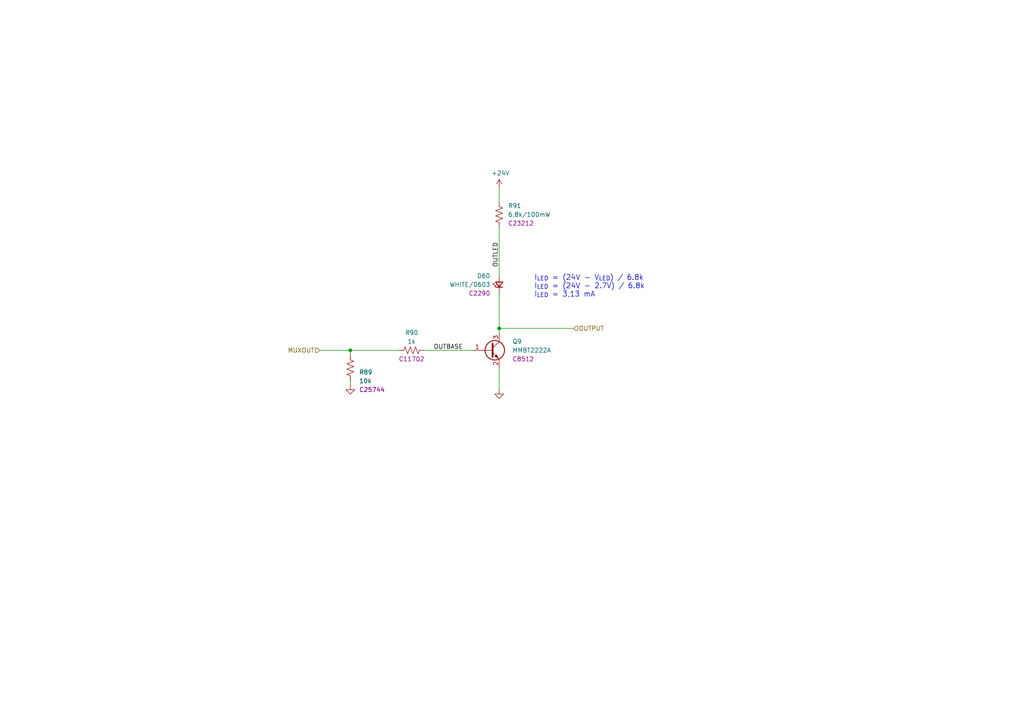
<source format=kicad_sch>
(kicad_sch (version 20250114) (generator "eeschema") (generator_version "9.0")
  (paper "A4")
  (title_block (title "ESP 24V 16xIn/16xOut/4xNTC Module") (date "2025-07-04") (rev "V4.1"))
  (lib_symbols
    (symbol "Device:LED_Small" (pin_numbers (hide yes)) (pin_names (offset 0.254) (hide yes))
      (property "Reference" "D" (at -1.27 3.175 0))
      (property "Value" "LED_Small" (at -4.445 -2.54 0))
      (symbol "LED_Small_0_1"
        (polyline (pts (xy -0.762 -1.016) (xy -0.762 1.016)) (stroke (width 0.254)))
        (polyline (pts (xy 0 0.762) (xy -0.508 1.27) (xy -0.254 1.27) (xy -0.508 1.27) (xy -0.508 1.016)))
        (polyline (pts (xy 0.508 1.27) (xy 0 1.778) (xy 0.254 1.778) (xy 0 1.778) (xy 0 1.524)))
        (polyline (pts (xy 0.762 -1.016) (xy -0.762 0) (xy 0.762 1.016) (xy 0.762 -1.016)) (stroke (width 0.254)))
        (polyline (pts (xy 1.016 0) (xy -0.762 0)))
      )
      (symbol "LED_Small_1_1"
        (pin passive line (at -2.54 0 0) (length 1.778) (name "K") (number "1"))
        (pin passive line (at 2.54 0 180) (length 1.778) (name "A") (number "2"))
      )
    )
    (symbol "Device:R_US" (pin_numbers (hide yes)) (pin_names (offset 0))
      (property "Reference" "R" (at 2.54 0 90))
      (property "Value" "R_US" (at -2.54 0 90))
      (symbol "R_US_0_1"
        (polyline (pts (xy 0 2.286) (xy 0 2.54)))
        (polyline (pts (xy 0 2.286) (xy 1.016 1.905) (xy 0 1.524) (xy -1.016 1.143) (xy 0 0.762)))
        (polyline (pts (xy 0 0.762) (xy 1.016 0.381) (xy 0 0) (xy -1.016 -0.381) (xy 0 -0.762)))
        (polyline (pts (xy 0 -0.762) (xy 1.016 -1.143) (xy 0 -1.524) (xy -1.016 -1.905) (xy 0 -2.286)))
        (polyline (pts (xy 0 -2.286) (xy 0 -2.54)))
      )
      (symbol "R_US_1_1"
        (pin passive line (at 0 3.81 270) (length 1.27) (name "~") (number "1"))
        (pin passive line (at 0 -3.81 90) (length 1.27) (name "~") (number "2"))
      )
    )
    (symbol "Transistor_BJT:Q_NPN_BEC" (pin_names (offset 0) (hide yes))
      (property "Reference" "Q" (at 5.08 1.27 0))
      (property "Value" "Q_NPN_BEC" (at 5.08 -1.27 0))
      (symbol "Q_NPN_BEC_0_1"
        (polyline (pts (xy -2.54 0) (xy 0.635 0)))
        (polyline (pts (xy 0.635 1.905) (xy 0.635 -1.905)) (stroke (width 0.508)))
        (circle (center 1.27 0) (radius 2.8194) (stroke (width 0.254)))
      )
      (symbol "Q_NPN_BEC_1_1"
        (polyline (pts (xy 0.635 0.635) (xy 2.54 2.54)))
        (polyline (pts (xy 0.635 -0.635) (xy 2.54 -2.54)))
        (polyline (pts (xy 1.27 -1.778) (xy 1.778 -1.27) (xy 2.286 -2.286) (xy 1.27 -1.778)) (fill (type outline)))
        (pin input line (at -5.08 0 0) (length 2.54) (name "B") (number "1"))
        (pin passive line (at 2.54 5.08 270) (length 2.54) (name "C") (number "3"))
        (pin passive line (at 2.54 -5.08 90) (length 2.54) (name "E") (number "2"))
      )
    )
    (symbol "power:+24V" (power) (pin_numbers (hide yes)) (pin_names (offset 0) (hide yes))
      (property "Value" "+24V" (at 0 3.556 0))
      (symbol "+24V_0_1"
        (polyline (pts (xy -0.762 1.27) (xy 0 2.54)))
        (polyline (pts (xy 0 2.54) (xy 0.762 1.27)))
        (polyline (pts (xy 0 0) (xy 0 2.54)))
      )
      (symbol "+24V_1_1"
        (pin power_in line (at 0 0 90) (length 0) (name "~") (number "1"))
      )
    )
    (symbol "power:GND" (power) (pin_numbers (hide yes)) (pin_names (offset 0) (hide yes))
      (property "Value" "GND" (at 0 -3.81 0))
      (symbol "GND_0_1"
        (polyline (pts (xy 0 0) (xy 0 -1.27) (xy 1.27 -1.27) (xy 0 -2.54) (xy -1.27 -1.27) (xy 0 -1.27)))
      )
      (symbol "GND_1_1"
        (pin power_in line (at 0 0 270) (length 0) (name "~") (number "1"))
      )
    )
  )
  (text "I_{LED} = (24V - V_{LED}) / 6.8k\nI_{LED} = (24V - 2.7V) / 6.8k\nI_{LED} = 3,13 mA" (at 154.94 86.36 0) (effects (font (size 1.5 1.5)) (justify left bottom)))
  (junction (at 101.6 101.6))
  (junction (at 144.78 95.25))
  (wire (pts (xy 144.78 113.03) (xy 144.78 106.68)))
  (wire (pts (xy 123.19 101.6) (xy 137.16 101.6)))
  (wire (pts (xy 144.78 66.04) (xy 144.78 80.01)))
  (wire (pts (xy 101.6 101.6) (xy 115.57 101.6)))
  (wire (pts (xy 92.71 101.6) (xy 101.6 101.6)))
  (wire (pts (xy 144.78 85.09) (xy 144.78 95.25)))
  (wire (pts (xy 144.78 95.25) (xy 144.78 96.52)))
  (wire (pts (xy 101.6 110.49) (xy 101.6 111.76)))
  (wire (pts (xy 144.78 54.61) (xy 144.78 58.42)))
  (wire (pts (xy 166.37 95.25) (xy 144.78 95.25)))
  (wire (pts (xy 101.6 101.6) (xy 101.6 102.87)))
  (label "OUTBASE" (at 125.73 101.6 0))
  (label "OUTLED" (at 144.78 77.47 90))
  (hierarchical_label "OUTPUT" (shape input) (at 166.37 95.25 0))
  (hierarchical_label "MUXOUT" (shape input) (at 92.71 101.6 180))
  (symbol (lib_id "power:GND") (at 101.6 111.76 0) (unit 1)
    (property "Reference" "#PWR084" (effects (hide yes)))
    (property "Value" "GND" (effects (hide yes)))
    (property "Description" "Power symbol creates a global label with name \"GND\" , ground" (effects (hide yes)))
    (instances (project "esp-24v-16ch-v4" (path "" (reference "#PWR0211") (unit 1)) (path "" (reference "#PWR0202") (unit 1)) (path "" (reference "#PWR0205") (unit 1)) (path "" (reference "#PWR0199") (unit 1)) (path "" (reference "#PWR0208") (unit 1)) (path "" (reference "#PWR0214") (unit 1)) (path "" (reference "#PWR0217") (unit 1)) (path "" (reference "#PWR084") (unit 1))))
  )
  (symbol (lib_id "power:+24V") (at 144.78 54.61 0) (unit 1)
    (property "Reference" "#PWR085" (effects (hide yes)))
    (property "Value" "+24V" (at 145.161 50.2158 0))
    (property "Description" "Power symbol creates a global label with name \"+24V\"" (effects (hide yes)))
    (instances (project "esp-24v-16ch-v4" (path "" (reference "#PWR0212") (unit 1)) (path "" (reference "#PWR0203") (unit 1)) (path "" (reference "#PWR0206") (unit 1)) (path "" (reference "#PWR0200") (unit 1)) (path "" (reference "#PWR0209") (unit 1)) (path "" (reference "#PWR0215") (unit 1)) (path "" (reference "#PWR0218") (unit 1)) (path "" (reference "#PWR085") (unit 1))))
  )
  (symbol (lib_id "Device:R_US") (at 144.78 62.23 0) (unit 1)
    (property "Reference" "R28" (at 147.32 59.69 0) (effects (justify left)))
    (property "Value" "6,8k/100mW" (at 147.32 62.23 0) (effects (justify left)))
    (property "Footprint" "Tales:R_0603_1608Metric" (effects (hide yes)))
    (property "Description" "Resistor, US symbol" (effects (hide yes)))
    (property "Case" "0603/1608" (effects (hide yes)))
    (property "Mfr" "Uniroyal" (effects (hide yes)))
    (property "Mfr PN" "0603WAF6801T5E" (effects (hide yes)))
    (property "Vendor" "JLCPCB" (effects (hide yes)))
    (property "Vendor PN" "C23212 " (effects (hide yes)))
    (property "Technology" "1%" (effects (hide yes)))
    (property "LCSC Part #" "C23212" (at 147.32 64.77 0) (effects (justify left)))
    (property "JLCPCB BOM" "1" (effects (hide yes)))
    (instances (project "esp-24v-16ch-v4" (path "" (reference "R91") (unit 1)) (path "" (reference "R82") (unit 1)) (path "" (reference "R85") (unit 1)) (path "" (reference "R79") (unit 1)) (path "" (reference "R88") (unit 1)) (path "" (reference "R94") (unit 1)) (path "" (reference "R97") (unit 1)) (path "" (reference "R28") (unit 1))))
  )
  (symbol (lib_id "Device:R_US") (at 119.38 101.6 270) (unit 1)
    (property "Reference" "R27" (at 119.38 96.52 90))
    (property "Value" "1k" (at 119.38 99.06 90))
    (property "Footprint" "Tales:R_0402_1005Metric" (effects (hide yes)))
    (property "Description" "Resistor, US symbol" (effects (hide yes)))
    (property "Case" "0402/1005" (effects (hide yes)))
    (property "Mfr" "Uniroyal" (effects (hide yes)))
    (property "Mfr PN" "0402WGF1001TCE" (effects (hide yes)))
    (property "Vendor" "JLCPCB" (effects (hide yes)))
    (property "Vendor PN" "C11702" (effects (hide yes)))
    (property "Technology" "1%" (effects (hide yes)))
    (property "LCSC Part #" "C11702" (at 119.38 104.14 90))
    (property "JLCPCB BOM" "1" (effects (hide yes)))
    (instances (project "esp-24v-16ch-v4" (path "" (reference "R90") (unit 1)) (path "" (reference "R81") (unit 1)) (path "" (reference "R84") (unit 1)) (path "" (reference "R78") (unit 1)) (path "" (reference "R87") (unit 1)) (path "" (reference "R93") (unit 1)) (path "" (reference "R96") (unit 1)) (path "" (reference "R27") (unit 1))))
  )
  (symbol (lib_id "Device:LED_Small") (at 144.78 82.55 90) (unit 1)
    (property "Reference" "D7" (at 142.24 80.01 90) (effects (justify left)))
    (property "Value" "WHITE/0603" (at 142.24 82.55 90) (effects (justify left)))
    (property "Footprint" "Tales:LED_0603_1608Metric" (effects (hide yes)))
    (property "Description" "Light emitting diode, small symbol" (effects (hide yes)))
    (property "Case" "0603/1608" (effects (hide yes)))
    (property "Mfr" "Hubei KENTO Elec" (effects (hide yes)))
    (property "Mfr PN" "KT-0603W" (effects (hide yes)))
    (property "Vendor" "JLCPCB" (effects (hide yes)))
    (property "Vendor PN" "C2290" (effects (hide yes)))
    (property "LCSC Part #" "C2290" (at 142.24 85.09 90) (effects (justify left)))
    (property "JLCPCB BOM" "1" (effects (hide yes)))
    (property "Sim.Pin" "1=K 2=A" (effects (hide yes)))
    (instances (project "esp-24v-16ch-v4" (path "" (reference "D60") (unit 1)) (path "" (reference "D57") (unit 1)) (path "" (reference "D58") (unit 1)) (path "" (reference "D56") (unit 1)) (path "" (reference "D59") (unit 1)) (path "" (reference "D61") (unit 1)) (path "" (reference "D62") (unit 1)) (path "" (reference "D7") (unit 1))))
  )
  (symbol (lib_id "Device:R_US") (at 101.6 106.68 180) (unit 1)
    (property "Reference" "R26" (at 104.14 107.95 0) (effects (justify right)))
    (property "Value" "10k" (at 104.14 110.49 0) (effects (justify right)))
    (property "Footprint" "Tales:R_0402_1005Metric" (effects (hide yes)))
    (property "Description" "Resistor, US symbol" (effects (hide yes)))
    (property "Mfr" "Uniroyal" (effects (hide yes)))
    (property "Vendor" "JLCPCB" (effects (hide yes)))
    (property "Mfr PN" "0402WGF1002TCE" (effects (hide yes)))
    (property "Technology" "1%" (effects (hide yes)))
    (property "Vendor PN" "C25744" (effects (hide yes)))
    (property "LCSC Part #" "C25744" (at 104.14 113.03 0) (effects (justify right)))
    (property "JLCPCB BOM" "1" (effects (hide yes)))
    (property "Package" "0402/1005" (effects (hide yes)))
    (property "Case" "0402/1005" (effects (hide yes)))
    (instances (project "esp-24v-16ch-v4" (path "" (reference "R89") (unit 1)) (path "" (reference "R80") (unit 1)) (path "" (reference "R83") (unit 1)) (path "" (reference "R77") (unit 1)) (path "" (reference "R86") (unit 1)) (path "" (reference "R92") (unit 1)) (path "" (reference "R95") (unit 1)) (path "" (reference "R26") (unit 1))))
  )
  (symbol (lib_id "power:GND") (at 144.78 113.03 0) (unit 1)
    (property "Reference" "#PWR086" (effects (hide yes)))
    (property "Value" "GND" (effects (hide yes)))
    (property "Description" "Power symbol creates a global label with name \"GND\" , ground" (effects (hide yes)))
    (instances (project "esp-24v-16ch-v4" (path "" (reference "#PWR0213") (unit 1)) (path "" (reference "#PWR0204") (unit 1)) (path "" (reference "#PWR0207") (unit 1)) (path "" (reference "#PWR0201") (unit 1)) (path "" (reference "#PWR0210") (unit 1)) (path "" (reference "#PWR0216") (unit 1)) (path "" (reference "#PWR0219") (unit 1)) (path "" (reference "#PWR086") (unit 1))))
  )
  (symbol (lib_id "Transistor_BJT:Q_NPN_BEC") (at 142.24 101.6 0) (unit 1)
    (property "Reference" "Q4" (at 148.59 99.06 0) (effects (justify left)))
    (property "Value" "MMBT2222A" (at 148.59 101.6 0) (effects (justify left)))
    (property "Footprint" "Tales:SOT-23-Narrow" (effects (hide yes)))
    (property "Description" "NPN transistor, base/emitter/collector" (effects (hide yes)))
    (property "Case" "SOT-23-3" (effects (hide yes)))
    (property "Mfr" "Changjiang" (effects (hide yes)))
    (property "Mfr PN" "MMBT2222A" (effects (hide yes)))
    (property "Technology" "BJT" (effects (hide yes)))
    (property "Vendor" "JLCPCB" (effects (hide yes)))
    (property "Vendor PN" "C8512" (effects (hide yes)))
    (property "JLCPCB BOM" "1" (effects (hide yes)))
    (property "LCSC Part #" "C8512" (at 148.59 104.14 0) (effects (justify left)))
    (instances (project "esp-24v-16ch-v4" (path "" (reference "Q9") (unit 1)) (path "" (reference "Q6") (unit 1)) (path "" (reference "Q7") (unit 1)) (path "" (reference "Q5") (unit 1)) (path "" (reference "Q8") (unit 1)) (path "" (reference "Q10") (unit 1)) (path "" (reference "Q11") (unit 1)) (path "" (reference "Q4") (unit 1))))
  )
)
</source>
